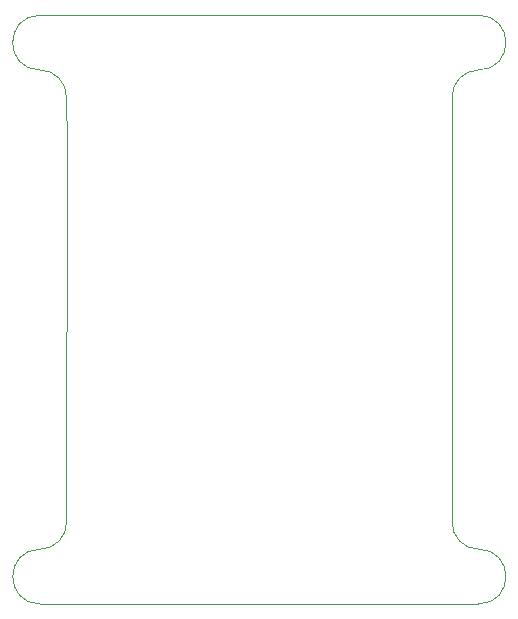
<source format=gbr>
%TF.GenerationSoftware,KiCad,Pcbnew,(5.1.10-1-10_14)*%
%TF.CreationDate,2021-12-24T07:56:15-05:00*%
%TF.ProjectId,hermes_v1,6865726d-6573-45f7-9631-2e6b69636164,rev?*%
%TF.SameCoordinates,Original*%
%TF.FileFunction,Profile,NP*%
%FSLAX46Y46*%
G04 Gerber Fmt 4.6, Leading zero omitted, Abs format (unit mm)*
G04 Created by KiCad (PCBNEW (5.1.10-1-10_14)) date 2021-12-24 07:56:15*
%MOMM*%
%LPD*%
G01*
G04 APERTURE LIST*
%TA.AperFunction,Profile*%
%ADD10C,0.050000*%
%TD*%
G04 APERTURE END LIST*
D10*
X223000000Y-93500000D02*
X222500000Y-93500000D01*
X223001833Y-86528853D02*
X223000000Y-54450000D01*
X223001833Y-86528853D02*
G75*
G03*
X225230000Y-88860000I2238167J-91147D01*
G01*
X225230000Y-93500000D02*
G75*
G03*
X225230000Y-88860000I0J2320000D01*
G01*
X223000000Y-93500000D02*
X225230000Y-93500000D01*
X190340000Y-43650000D02*
X192350000Y-43650000D01*
X190350000Y-54450000D02*
X190338167Y-50621147D01*
X190338167Y-50621147D02*
G75*
G03*
X188110000Y-48290000I-2238167J91147D01*
G01*
X188110000Y-43650000D02*
G75*
G03*
X188110000Y-48290000I0J-2320000D01*
G01*
X190340000Y-43650000D02*
X188110000Y-43650000D01*
X190350000Y-93500000D02*
X190600000Y-93500000D01*
X190350000Y-54450000D02*
X190348167Y-86528853D01*
X188120000Y-93500000D02*
G75*
G02*
X188120000Y-88860000I0J2320000D01*
G01*
X190350000Y-93500000D02*
X188120000Y-93500000D01*
X190348167Y-86528853D02*
G75*
G02*
X188120000Y-88860000I-2238167J-91147D01*
G01*
X223000000Y-54450000D02*
X223001833Y-50621147D01*
X223001833Y-50621147D02*
G75*
G02*
X225230000Y-48290000I2238167J91147D01*
G01*
X223000000Y-43650000D02*
X225230000Y-43650000D01*
X225230000Y-43650000D02*
G75*
G02*
X225230000Y-48290000I0J-2320000D01*
G01*
X221000000Y-43650000D02*
X223000000Y-43650000D01*
X192600000Y-43650000D02*
X192350000Y-43650000D01*
X197000000Y-43650000D02*
X192600000Y-43650000D01*
X195000000Y-93500000D02*
X190600000Y-93500000D01*
X221000000Y-43650000D02*
X197000000Y-43650000D01*
X195450000Y-93500000D02*
X195000000Y-93500000D01*
X195450000Y-93500000D02*
X197000000Y-93500000D01*
X222500000Y-93500000D02*
X221000000Y-93500000D01*
X197000000Y-93500000D02*
X221000000Y-93500000D01*
M02*

</source>
